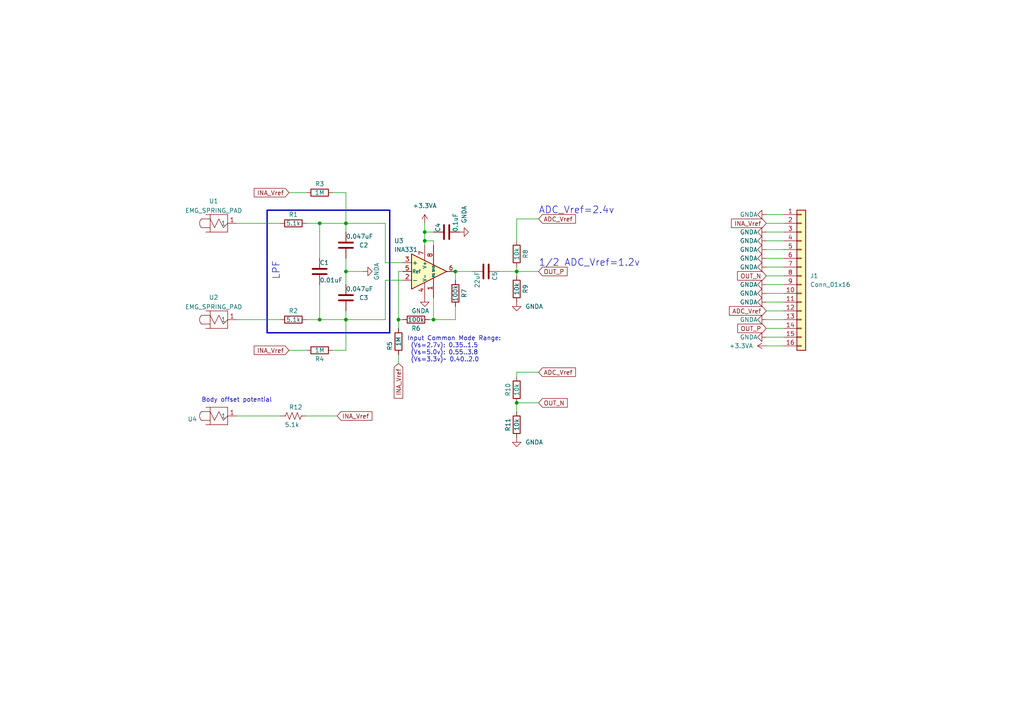
<source format=kicad_sch>
(kicad_sch (version 20230121) (generator eeschema)
  (paper "A4")
  (lib_symbols
    (symbol "ADS1299EMG8xR2-rescue:INA331-Amplifier_Instrumentation" (pin_names (offset 0.127))
      (property "Reference" "U" (at 3.81 3.81 0))
      (property "Value" "INA331-Amplifier_Instrumentation" (at 3.81 -2.54 0))
      (symbol "INA331-Amplifier_Instrumentation_0_1"
        (polyline (pts (xy 5.08 0) (xy -5.08 5.08) (xy -5.08 -5.08) (xy 5.08 0)) (stroke (width 0.254)) (fill (type background)))
      )
      (symbol "INA331-Amplifier_Instrumentation_1_1"
        (pin input line (at 1.27 -7.62 90) (length 5.6896) (name "RG") (number "1"))
        (pin input line (at -7.62 -2.54 0) (length 2.54) (name "-") (number "2"))
        (pin input line (at -7.62 2.54 0) (length 2.54) (name "+") (number "3"))
        (pin power_in line (at -1.27 -7.62 90) (length 4.4958) (name "V-") (number "4"))
        (pin input line (at -7.62 0 0) (length 2.54) (name "Ref") (number "5"))
        (pin output line (at 7.62 0 180) (length 2.54) (name "~") (number "6"))
        (pin power_in line (at -1.27 7.62 270) (length 4.4958) (name "V+") (number "7"))
        (pin input line (at 1.27 7.62 270) (length 5.6896) (name "SHD") (number "8"))
      )
    )
    (symbol "Connector_Generic:Conn_01x16" (pin_names (offset 1.016) hide)
      (property "Reference" "J" (at 0 20.32 0))
      (property "Value" "Conn_01x16" (at 0 -22.86 0))
      (symbol "Conn_01x16_1_1"
        (rectangle (start -1.27 -20.193) (end 0 -20.447) (stroke (width 0.1524)))
        (rectangle (start -1.27 -17.653) (end 0 -17.907) (stroke (width 0.1524)))
        (rectangle (start -1.27 -15.113) (end 0 -15.367) (stroke (width 0.1524)))
        (rectangle (start -1.27 -12.573) (end 0 -12.827) (stroke (width 0.1524)))
        (rectangle (start -1.27 -10.033) (end 0 -10.287) (stroke (width 0.1524)))
        (rectangle (start -1.27 -7.493) (end 0 -7.747) (stroke (width 0.1524)))
        (rectangle (start -1.27 -4.953) (end 0 -5.207) (stroke (width 0.1524)))
        (rectangle (start -1.27 -2.413) (end 0 -2.667) (stroke (width 0.1524)))
        (rectangle (start -1.27 0.127) (end 0 -0.127) (stroke (width 0.1524)))
        (rectangle (start -1.27 2.667) (end 0 2.413) (stroke (width 0.1524)))
        (rectangle (start -1.27 5.207) (end 0 4.953) (stroke (width 0.1524)))
        (rectangle (start -1.27 7.747) (end 0 7.493) (stroke (width 0.1524)))
        (rectangle (start -1.27 10.287) (end 0 10.033) (stroke (width 0.1524)))
        (rectangle (start -1.27 12.827) (end 0 12.573) (stroke (width 0.1524)))
        (rectangle (start -1.27 15.367) (end 0 15.113) (stroke (width 0.1524)))
        (rectangle (start -1.27 17.907) (end 0 17.653) (stroke (width 0.1524)))
        (rectangle (start -1.27 19.05) (end 1.27 -21.59) (stroke (width 0.254)) (fill (type background)))
        (pin passive line (at -5.08 17.78 0) (length 3.81) (name "Pin_1") (number "1"))
        (pin passive line (at -5.08 -5.08 0) (length 3.81) (name "Pin_10") (number "10"))
        (pin passive line (at -5.08 -7.62 0) (length 3.81) (name "Pin_11") (number "11"))
        (pin passive line (at -5.08 -10.16 0) (length 3.81) (name "Pin_12") (number "12"))
        (pin passive line (at -5.08 -12.7 0) (length 3.81) (name "Pin_13") (number "13"))
        (pin passive line (at -5.08 -15.24 0) (length 3.81) (name "Pin_14") (number "14"))
        (pin passive line (at -5.08 -17.78 0) (length 3.81) (name "Pin_15") (number "15"))
        (pin passive line (at -5.08 -20.32 0) (length 3.81) (name "Pin_16") (number "16"))
        (pin passive line (at -5.08 15.24 0) (length 3.81) (name "Pin_2") (number "2"))
        (pin passive line (at -5.08 12.7 0) (length 3.81) (name "Pin_3") (number "3"))
        (pin passive line (at -5.08 10.16 0) (length 3.81) (name "Pin_4") (number "4"))
        (pin passive line (at -5.08 7.62 0) (length 3.81) (name "Pin_5") (number "5"))
        (pin passive line (at -5.08 5.08 0) (length 3.81) (name "Pin_6") (number "6"))
        (pin passive line (at -5.08 2.54 0) (length 3.81) (name "Pin_7") (number "7"))
        (pin passive line (at -5.08 0 0) (length 3.81) (name "Pin_8") (number "8"))
        (pin passive line (at -5.08 -2.54 0) (length 3.81) (name "Pin_9") (number "9"))
      )
    )
    (symbol "Device:C" (pin_numbers hide) (pin_names (offset 0.254))
      (property "Reference" "C" (at 0.635 2.54 0))
      (property "Value" "C" (at 0.635 -2.54 0))
      (symbol "C_0_1"
        (polyline (pts (xy -2.032 -0.762) (xy 2.032 -0.762)) (stroke (width 0.508)))
        (polyline (pts (xy -2.032 0.762) (xy 2.032 0.762)) (stroke (width 0.508)))
      )
      (symbol "C_1_1"
        (pin passive line (at 0 3.81 270) (length 2.794) (name "~") (number "1"))
        (pin passive line (at 0 -3.81 90) (length 2.794) (name "~") (number "2"))
      )
    )
    (symbol "Device:R" (pin_numbers hide) (pin_names (offset 0))
      (property "Reference" "R" (at 2.032 0 90))
      (property "Value" "R" (at 0 0 90))
      (symbol "R_0_1"
        (rectangle (start -1.016 -2.54) (end 1.016 2.54) (stroke (width 0.254)))
      )
      (symbol "R_1_1"
        (pin passive line (at 0 3.81 270) (length 1.27) (name "~") (number "1"))
        (pin passive line (at 0 -3.81 90) (length 1.27) (name "~") (number "2"))
      )
    )
    (symbol "Device:R_US" (pin_numbers hide) (pin_names (offset 0))
      (property "Reference" "R" (at 2.54 0 90))
      (property "Value" "R_US" (at -2.54 0 90))
      (symbol "R_US_0_1"
        (polyline (pts (xy 0 -2.286) (xy 0 -2.54)))
        (polyline (pts (xy 0 2.286) (xy 0 2.54)))
        (polyline (pts (xy 0 -0.762) (xy 1.016 -1.143) (xy 0 -1.524) (xy -1.016 -1.905) (xy 0 -2.286)))
        (polyline (pts (xy 0 0.762) (xy 1.016 0.381) (xy 0 0) (xy -1.016 -0.381) (xy 0 -0.762)))
        (polyline (pts (xy 0 2.286) (xy 1.016 1.905) (xy 0 1.524) (xy -1.016 1.143) (xy 0 0.762)))
      )
      (symbol "R_US_1_1"
        (pin passive line (at 0 3.81 270) (length 1.27) (name "~") (number "1"))
        (pin passive line (at 0 -3.81 90) (length 1.27) (name "~") (number "2"))
      )
    )
    (symbol "espLib:EMG_SPRING_PAD"
      (property "Reference" "U" (at 0 0 0))
      (property "Value" "EMG_SPRING_PAD" (at 0 2.54 0))
      (symbol "EMG_SPRING_PAD_0_1"
        (polyline (pts (xy 2.54 0) (xy 8.89 0)) (stroke (width 0.1524)))
        (polyline (pts (xy 7.62 -3.81) (xy 10.16 -3.81)) (stroke (width 0.1524)))
        (polyline (pts (xy 7.62 -1.27) (xy 10.16 -1.27)) (stroke (width 0.1524)))
        (polyline (pts (xy 7.62 0) (xy 7.62 -5.08)) (stroke (width 0.1524)))
        (polyline (pts (xy 2.54 0) (xy 2.54 -5.08) (xy 8.89 -5.08)) (stroke (width 0.1524)))
        (polyline (pts (xy 2.54 -2.54) (xy 3.81 -1.27) (xy 5.08 -3.81) (xy 6.35 -1.27) (xy 7.62 -3.81)) (stroke (width 0.1524)))
        (arc (start 10.16 -3.81) (mid 10.6861 -2.54) (end 10.16 -1.27) (stroke (width 0.1524)))
      )
      (symbol "EMG_SPRING_PAD_1_1"
        (pin bidirectional line (at 0 -2.54 0) (length 2.54) (name "1") (number "1"))
      )
    )
    (symbol "power:+3.3VA" (power) (pin_names (offset 0))
      (property "Value" "+3.3VA" (at 0 3.556 0))
      (symbol "+3.3VA_0_1"
        (polyline (pts (xy -0.762 1.27) (xy 0 2.54)))
        (polyline (pts (xy 0 0) (xy 0 2.54)))
        (polyline (pts (xy 0 2.54) (xy 0.762 1.27)))
      )
      (symbol "+3.3VA_1_1"
        (pin power_in line (at 0 0 90) (length 0) hide (name "+3.3VA") (number "1"))
      )
    )
    (symbol "power:GNDA" (power) (pin_names (offset 0))
      (property "Value" "GNDA" (at 0 -3.81 0))
      (symbol "GNDA_0_1"
        (polyline (pts (xy 0 0) (xy 0 -1.27) (xy 1.27 -1.27) (xy 0 -2.54) (xy -1.27 -1.27) (xy 0 -1.27)))
      )
      (symbol "GNDA_1_1"
        (pin power_in line (at 0 0 270) (length 0) hide (name "GNDA") (number "1"))
      )
    )
  )
  (junction (at 100.33 78.74))
  (junction (at 115.57 92.71))
  (junction (at 125.73 92.71))
  (junction (at 92.71 92.71))
  (junction (at 149.86 78.74))
  (junction (at 132.08 78.74))
  (junction (at 92.71 64.77))
  (junction (at 123.19 67.31))
  (junction (at 100.33 64.77))
  (junction (at 123.19 69.85))
  (junction (at 149.86 116.84))
  (junction (at 100.33 92.71))
  (wire (pts (xy 83.82 101.6) (xy 88.9 101.6)))
  (wire (pts (xy 115.57 78.74) (xy 115.57 92.71)))
  (wire (pts (xy 149.86 63.5) (xy 149.86 69.85)))
  (wire (pts (xy 88.9 120.65) (xy 97.79 120.65)))
  (wire (pts (xy 92.71 74.93) (xy 92.71 64.77)))
  (wire (pts (xy 105.41 78.74) (xy 100.33 78.74)))
  (wire (pts (xy 222.25 80.01) (xy 227.33 80.01)))
  (wire (pts (xy 149.86 107.95) (xy 149.86 109.22)))
  (wire (pts (xy 116.84 78.74) (xy 115.57 78.74)))
  (wire (pts (xy 222.25 92.71) (xy 227.33 92.71)))
  (wire (pts (xy 92.71 92.71) (xy 100.33 92.71)))
  (wire (pts (xy 125.73 69.85) (xy 125.73 71.12)))
  (wire (pts (xy 68.58 120.65) (xy 81.28 120.65)))
  (polyline (pts (xy 113.03 96.52) (xy 113.03 60.96)) (stroke (width 0.4)))
  (wire (pts (xy 100.33 64.77) (xy 100.33 67.31)))
  (wire (pts (xy 222.25 62.23) (xy 227.33 62.23)))
  (wire (pts (xy 92.71 64.77) (xy 100.33 64.77)))
  (wire (pts (xy 149.86 63.5) (xy 156.21 63.5)))
  (wire (pts (xy 111.76 76.2) (xy 116.84 76.2)))
  (wire (pts (xy 125.73 69.85) (xy 123.19 69.85)))
  (wire (pts (xy 88.9 64.77) (xy 92.71 64.77)))
  (wire (pts (xy 222.25 72.39) (xy 227.33 72.39)))
  (wire (pts (xy 100.33 82.55) (xy 100.33 78.74)))
  (wire (pts (xy 132.08 78.74) (xy 137.16 78.74)))
  (wire (pts (xy 115.57 102.87) (xy 115.57 105.41)))
  (wire (pts (xy 222.25 77.47) (xy 227.33 77.47)))
  (wire (pts (xy 125.73 67.31) (xy 123.19 67.31)))
  (wire (pts (xy 149.86 116.84) (xy 156.21 116.84)))
  (wire (pts (xy 68.58 64.77) (xy 81.28 64.77)))
  (wire (pts (xy 222.25 85.09) (xy 227.33 85.09)))
  (wire (pts (xy 111.76 92.71) (xy 111.76 81.28)))
  (wire (pts (xy 132.08 92.71) (xy 125.73 92.71)))
  (wire (pts (xy 68.58 92.71) (xy 81.28 92.71)))
  (wire (pts (xy 100.33 92.71) (xy 111.76 92.71)))
  (wire (pts (xy 222.25 95.25) (xy 227.33 95.25)))
  (polyline (pts (xy 113.03 60.96) (xy 77.47 60.96)) (stroke (width 0.4)))
  (wire (pts (xy 222.25 100.33) (xy 227.33 100.33)))
  (wire (pts (xy 125.73 92.71) (xy 124.46 92.71)))
  (wire (pts (xy 96.52 101.6) (xy 100.33 101.6)))
  (wire (pts (xy 123.19 64.77) (xy 123.19 67.31)))
  (wire (pts (xy 222.25 87.63) (xy 227.33 87.63)))
  (wire (pts (xy 222.25 90.17) (xy 227.33 90.17)))
  (wire (pts (xy 115.57 92.71) (xy 116.84 92.71)))
  (polyline (pts (xy 77.47 60.96) (xy 77.47 96.52)) (stroke (width 0.4)))
  (wire (pts (xy 222.25 97.79) (xy 227.33 97.79)))
  (wire (pts (xy 144.78 78.74) (xy 149.86 78.74)))
  (wire (pts (xy 149.86 116.84) (xy 149.86 119.38)))
  (wire (pts (xy 123.19 71.12) (xy 123.19 69.85)))
  (wire (pts (xy 125.73 86.36) (xy 125.73 92.71)))
  (wire (pts (xy 100.33 101.6) (xy 100.33 92.71)))
  (polyline (pts (xy 77.47 96.52) (xy 113.03 96.52)) (stroke (width 0.4)))
  (wire (pts (xy 123.19 67.31) (xy 123.19 69.85)))
  (wire (pts (xy 111.76 64.77) (xy 100.33 64.77)))
  (wire (pts (xy 92.71 82.55) (xy 92.71 92.71)))
  (wire (pts (xy 149.86 78.74) (xy 156.21 78.74)))
  (wire (pts (xy 149.86 78.74) (xy 149.86 80.01)))
  (wire (pts (xy 100.33 55.88) (xy 100.33 64.77)))
  (wire (pts (xy 222.25 82.55) (xy 227.33 82.55)))
  (wire (pts (xy 83.82 55.88) (xy 88.9 55.88)))
  (wire (pts (xy 115.57 92.71) (xy 115.57 95.25)))
  (wire (pts (xy 100.33 90.17) (xy 100.33 92.71)))
  (wire (pts (xy 222.25 67.31) (xy 227.33 67.31)))
  (wire (pts (xy 88.9 92.71) (xy 92.71 92.71)))
  (wire (pts (xy 222.25 74.93) (xy 227.33 74.93)))
  (wire (pts (xy 132.08 78.74) (xy 132.08 81.28)))
  (wire (pts (xy 149.86 107.95) (xy 156.21 107.95)))
  (wire (pts (xy 96.52 55.88) (xy 100.33 55.88)))
  (wire (pts (xy 111.76 81.28) (xy 116.84 81.28)))
  (wire (pts (xy 222.25 64.77) (xy 227.33 64.77)))
  (wire (pts (xy 100.33 74.93) (xy 100.33 78.74)))
  (wire (pts (xy 222.25 69.85) (xy 227.33 69.85)))
  (wire (pts (xy 111.76 64.77) (xy 111.76 76.2)))
  (wire (pts (xy 149.86 77.47) (xy 149.86 78.74)))
  (wire (pts (xy 132.08 88.9) (xy 132.08 92.71)))
  (text "Body offset potential\n" (at 58.42 116.84 0) (effects (font (size 1.27 1.27)) (justify left bottom)))
  (text "1/2 ADC_Vref=1.2v" (at 156.21 77.47 0) (effects (font (size 2 2)) (justify left bottom)))
  (text "ADC_Vref=2.4v" (at 156.21 62.23 0) (effects (font (size 2 2)) (justify left bottom)))
  (text "LPF" (at 81.28 81.28 90) (effects (font (size 2 2)) (justify left bottom)))
  (text "Input Common Mode Range:\n (Vs=2.7v): 0.35..1.5\n (Vs=5.0v): 0.55..3.8\n (Vs=3.3v)~ 0.40..2.0\n\n\n" (at 118.11 109.22 0) (effects (font (size 1.27 1.27)) (justify left bottom)))
  (global_label "OUT_P" (shape input) (at 156.21 78.74 0) (property "Intersheetrefs" "${INTERSHEET_REFS}" (effects hide)))
  (global_label "ADC_Vref" (shape input) (at 222.25 90.17 180) (property "Intersheetrefs" "${INTERSHEET_REFS}" (effects hide)))
  (global_label "INA_Vref" (shape input) (at 83.82 101.6 180) (property "Intersheetrefs" "${INTERSHEET_REFS}" (effects hide)))
  (global_label "OUT_N" (shape input) (at 156.21 116.84 0) (property "Intersheetrefs" "${INTERSHEET_REFS}" (effects hide)))
  (global_label "INA_Vref" (shape input) (at 115.57 105.41 270) (property "Intersheetrefs" "${INTERSHEET_REFS}" (effects hide)))
  (global_label "INA_Vref" (shape input) (at 83.82 55.88 180) (property "Intersheetrefs" "${INTERSHEET_REFS}" (effects hide)))
  (global_label "OUT_N" (shape input) (at 222.25 80.01 180) (property "Intersheetrefs" "${INTERSHEET_REFS}" (effects hide)))
  (global_label "ADC_Vref" (shape input) (at 156.21 107.95 0) (property "Intersheetrefs" "${INTERSHEET_REFS}" (effects hide)))
  (global_label "INA_Vref" (shape input) (at 222.25 64.77 180) (property "Intersheetrefs" "${INTERSHEET_REFS}" (effects hide)))
  (global_label "OUT_P" (shape input) (at 222.25 95.25 180) (property "Intersheetrefs" "${INTERSHEET_REFS}" (effects hide)))
  (global_label "INA_Vref" (shape input) (at 97.79 120.65 0) (property "Intersheetrefs" "${INTERSHEET_REFS}" (effects hide)))
  (global_label "ADC_Vref" (shape input) (at 156.21 63.5 0) (property "Intersheetrefs" "${INTERSHEET_REFS}" (effects hide)))
  (symbol (lib_id "power:GNDA") (at 222.25 62.23 270) (unit 1)
    (property "Reference" "#PWR06" (effects hide))
    (property "Value" "GNDA" (at 217.17 62.23 90))
  )
  (symbol (lib_id "power:GNDA") (at 222.25 82.55 270) (unit 1)
    (property "Reference" "#PWR010" (effects hide))
    (property "Value" "GNDA" (at 217.17 82.55 90))
  )
  (symbol (lib_id "Device:R") (at 132.08 85.09 180) (unit 1)
    (property "Reference" "R7" (at 134.62 85.09 90))
    (property "Value" "100k" (at 132.08 85.09 90))
    (property "Footprint" "Resistor_SMD:R_0805_2012Metric_Pad1.20x1.40mm_HandSolder" (effects hide))
  )
  (symbol (lib_id "espLib:EMG_SPRING_PAD") (at 68.58 95.25 180) (unit 1)
    (property "Reference" "U2" (at 61.967 86.2543 0))
    (property "Value" "EMG_SPRING_PAD" (at 61.967 89.0294 0))
    (property "Footprint" "footprints:EMG_PAD_10_7" (effects hide))
  )
  (symbol (lib_id "espLib:EMG_SPRING_PAD") (at 68.58 67.31 180) (unit 1)
    (property "Reference" "U1" (at 61.967 58.3143 0))
    (property "Value" "EMG_SPRING_PAD" (at 61.967 61.0894 0))
    (property "Footprint" "footprints:EMG_PAD_10_7" (effects hide))
  )
  (symbol (lib_id "power:+3.3VA") (at 123.19 64.77 0) (unit 1)
    (property "Reference" "#PWR014" (effects hide))
    (property "Value" "+3.3VA" (at 123.19 59.69 0))
  )
  (symbol (lib_id "Device:C") (at 129.54 67.31 90) (unit 1)
    (property "Reference" "C4" (at 127 67.31 0) (effects (justify left)))
    (property "Value" "0.1uF" (at 132.08 67.31 0) (effects (justify left)))
    (property "Footprint" "Capacitor_SMD:C_0805_2012Metric_Pad1.18x1.45mm_HandSolder" (effects hide))
  )
  (symbol (lib_id "ADS1299EMG8xR2-rescue:INA331-Amplifier_Instrumentation") (at 124.46 78.74 0) (unit 1)
    (property "Reference" "U3" (at 114.3 69.85 0) (effects (justify left)))
    (property "Value" "INA331" (at 114.3 72.39 0) (effects (justify left)))
    (property "Footprint" "Package_SO:MSOP-8_3x3mm_P0.65mm" (effects hide))
    (property "Datasheet" "http://www.ti.com/lit/ds/symlink/ina282.pdf" (effects hide))
  )
  (symbol (lib_id "power:+3.3VA") (at 222.25 100.33 90) (unit 1)
    (property "Reference" "#PWR016" (effects hide))
    (property "Value" "+3.3VA" (at 218.44 100.33 90) (effects (justify left)))
  )
  (symbol (lib_id "power:GNDA") (at 222.25 87.63 270) (unit 1)
    (property "Reference" "#PWR011" (effects hide))
    (property "Value" "GNDA" (at 217.17 87.63 90))
  )
  (symbol (lib_id "Device:R") (at 85.09 92.71 270) (unit 1)
    (property "Reference" "R2" (at 85.09 90.17 90))
    (property "Value" "5.1k" (at 85.09 92.71 90))
    (property "Footprint" "Resistor_SMD:R_0805_2012Metric_Pad1.20x1.40mm_HandSolder" (effects hide))
  )
  (symbol (lib_id "Connector_Generic:Conn_01x16") (at 232.41 80.01 0) (unit 1)
    (property "Reference" "J1" (at 234.95 80.01 0) (effects (justify left)))
    (property "Value" "Conn_01x16" (at 234.95 82.55 0) (effects (justify left)))
    (property "Footprint" "Connector_FFC-FPC:Hirose_FH12-16S-0.5SH_1x16-1MP_P0.50mm_Horizontal" (effects hide))
  )
  (symbol (lib_id "Device:R") (at 149.86 73.66 180) (unit 1)
    (property "Reference" "R8" (at 152.4 73.66 90))
    (property "Value" "10k" (at 149.86 73.66 90))
    (property "Footprint" "Resistor_SMD:R_0805_2012Metric_Pad1.20x1.40mm_HandSolder" (effects hide))
  )
  (symbol (lib_id "power:GNDA") (at 222.25 92.71 270) (unit 1)
    (property "Reference" "#PWR017" (effects hide))
    (property "Value" "GNDA" (at 217.17 92.71 90))
  )
  (symbol (lib_id "power:GNDA") (at 222.25 72.39 270) (unit 1)
    (property "Reference" "#PWR08" (effects hide))
    (property "Value" "GNDA" (at 217.17 72.39 90))
  )
  (symbol (lib_id "power:GNDA") (at 222.25 77.47 270) (unit 1)
    (property "Reference" "#PWR015" (effects hide))
    (property "Value" "GNDA" (at 217.17 77.47 90))
  )
  (symbol (lib_id "espLib:EMG_SPRING_PAD") (at 68.58 123.19 180) (unit 1)
    (property "Reference" "U4" (at 57.1828 121.5585 0) (effects (justify left)))
    (property "Value" "EMG_SPRING_PAD" (effects hide))
    (property "Footprint" "footprints:EMG_PAD_10_7" (effects hide))
  )
  (symbol (lib_id "power:GNDA") (at 149.86 87.63 0) (unit 1)
    (property "Reference" "#PWR04" (effects hide))
    (property "Value" "GNDA" (at 154.94 88.9 0))
  )
  (symbol (lib_id "Device:R") (at 120.65 92.71 270) (unit 1)
    (property "Reference" "R6" (at 120.65 95.25 90))
    (property "Value" "100k" (at 120.65 92.71 90))
    (property "Footprint" "Resistor_SMD:R_0805_2012Metric_Pad1.20x1.40mm_HandSolder" (effects hide))
  )
  (symbol (lib_id "Device:R") (at 149.86 83.82 180) (unit 1)
    (property "Reference" "R9" (at 152.4 83.82 90))
    (property "Value" "10k" (at 149.86 83.82 90))
    (property "Footprint" "Resistor_SMD:R_0805_2012Metric_Pad1.20x1.40mm_HandSolder" (effects hide))
  )
  (symbol (lib_id "Device:R") (at 92.71 55.88 270) (unit 1)
    (property "Reference" "R3" (at 92.71 53.34 90))
    (property "Value" "1M" (at 92.71 55.88 90))
    (property "Footprint" "Resistor_SMD:R_0805_2012Metric_Pad1.20x1.40mm_HandSolder" (effects hide))
  )
  (symbol (lib_id "power:GNDA") (at 222.25 67.31 270) (unit 1)
    (property "Reference" "#PWR07" (effects hide))
    (property "Value" "GNDA" (at 217.17 67.31 90))
  )
  (symbol (lib_id "Device:C") (at 100.33 86.36 0) (unit 1)
    (property "Reference" "C3" (at 104.14 86.36 0) (effects (justify left)))
    (property "Value" "0.047uF" (at 100.33 83.82 0) (effects (justify left)))
    (property "Footprint" "Capacitor_SMD:C_0805_2012Metric_Pad1.18x1.45mm_HandSolder" (effects hide))
  )
  (symbol (lib_id "power:GNDA") (at 123.19 86.36 0) (unit 1)
    (property "Reference" "#PWR02" (effects hide))
    (property "Value" "GNDA" (at 121.92 90.17 0))
  )
  (symbol (lib_id "Device:C") (at 92.71 78.74 0) (unit 1)
    (property "Reference" "C1" (at 92.71 76.2 0) (effects (justify left)))
    (property "Value" "0.01uF" (at 92.71 81.28 0) (effects (justify left)))
    (property "Footprint" "Capacitor_SMD:C_0805_2012Metric_Pad1.18x1.45mm_HandSolder" (effects hide))
  )
  (symbol (lib_id "Device:R") (at 149.86 113.03 0) (unit 1)
    (property "Reference" "R10" (at 147.32 113.03 90))
    (property "Value" "10k" (at 149.86 113.03 90))
    (property "Footprint" "Resistor_SMD:R_0805_2012Metric_Pad1.20x1.40mm_HandSolder" (effects hide))
  )
  (symbol (lib_id "power:GNDA") (at 222.25 69.85 270) (unit 1)
    (property "Reference" "#PWR09" (effects hide))
    (property "Value" "GNDA" (at 217.17 69.85 90))
  )
  (symbol (lib_id "power:GNDA") (at 222.25 97.79 270) (unit 1)
    (property "Reference" "#PWR018" (effects hide))
    (property "Value" "GNDA" (at 217.17 97.79 90))
  )
  (symbol (lib_id "Device:R") (at 115.57 99.06 180) (unit 1)
    (property "Reference" "R5" (at 113.03 100.33 90))
    (property "Value" "1M" (at 115.57 99.06 90))
    (property "Footprint" "Resistor_SMD:R_0805_2012Metric_Pad1.20x1.40mm_HandSolder" (effects hide))
  )
  (symbol (lib_id "power:GNDA") (at 222.25 74.93 270) (unit 1)
    (property "Reference" "#PWR013" (effects hide))
    (property "Value" "GNDA" (at 217.17 74.93 90))
  )
  (symbol (lib_id "Device:R") (at 85.09 64.77 270) (unit 1)
    (property "Reference" "R1" (at 85.09 62.23 90))
    (property "Value" "5.1k" (at 85.09 64.77 90))
    (property "Footprint" "Resistor_SMD:R_0805_2012Metric_Pad1.20x1.40mm_HandSolder" (effects hide))
  )
  (symbol (lib_id "power:GNDA") (at 133.35 67.31 90) (unit 1)
    (property "Reference" "#PWR03" (effects hide))
    (property "Value" "GNDA" (at 134.62 62.23 0))
  )
  (symbol (lib_id "Device:R") (at 92.71 101.6 90) (unit 1)
    (property "Reference" "R4" (at 92.71 104.14 90))
    (property "Value" "1M" (at 92.71 101.6 90))
    (property "Footprint" "Resistor_SMD:R_0805_2012Metric_Pad1.20x1.40mm_HandSolder" (effects hide))
  )
  (symbol (lib_id "Device:C") (at 140.97 78.74 270) (unit 1)
    (property "Reference" "C5" (at 143.51 78.74 0) (effects (justify left)))
    (property "Value" "22uF" (at 138.43 78.74 0) (effects (justify left)))
    (property "Footprint" "Capacitor_SMD:C_0805_2012Metric_Pad1.18x1.45mm_HandSolder" (effects hide))
  )
  (symbol (lib_id "power:GNDA") (at 149.86 127 0) (unit 1)
    (property "Reference" "#PWR05" (effects hide))
    (property "Value" "GNDA" (at 154.94 128.27 0))
  )
  (symbol (lib_id "power:GNDA") (at 105.41 78.74 90) (unit 1)
    (property "Reference" "#PWR01" (effects hide))
    (property "Value" "GNDA" (at 109.22 78.74 0))
  )
  (symbol (lib_id "Device:R_US") (at 85.09 120.65 90) (unit 1)
    (property "Reference" "R12" (at 83.82 118.11 90) (effects (justify right)))
    (property "Value" "5.1k" (at 82.55 123.19 90) (effects (justify right)))
    (property "Footprint" "Resistor_SMD:R_0805_2012Metric_Pad1.20x1.40mm_HandSolder" (effects hide))
  )
  (symbol (lib_id "power:GNDA") (at 222.25 85.09 270) (unit 1)
    (property "Reference" "#PWR012" (effects hide))
    (property "Value" "GNDA" (at 217.17 85.09 90))
  )
  (symbol (lib_id "Device:C") (at 100.33 71.12 0) (unit 1)
    (property "Reference" "C2" (at 104.14 71.12 0) (effects (justify left)))
    (property "Value" "0.047uF" (at 100.33 68.58 0) (effects (justify left)))
    (property "Footprint" "Capacitor_SMD:C_0805_2012Metric_Pad1.18x1.45mm_HandSolder" (effects hide))
  )
  (symbol (lib_id "Device:R") (at 149.86 123.19 0) (unit 1)
    (property "Reference" "R11" (at 147.32 123.19 90))
    (property "Value" "10k" (at 149.86 123.19 90))
    (property "Footprint" "Resistor_SMD:R_0805_2012Metric_Pad1.20x1.40mm_HandSolder" (effects hide))
  )
)
</source>
